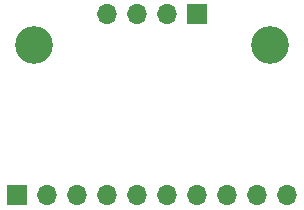
<source format=gbr>
%TF.GenerationSoftware,KiCad,Pcbnew,(6.0.5)*%
%TF.CreationDate,2022-10-11T14:38:52+01:00*%
%TF.ProjectId,IBBC_0001,49424243-5f30-4303-9031-2e6b69636164,rev?*%
%TF.SameCoordinates,Original*%
%TF.FileFunction,Soldermask,Bot*%
%TF.FilePolarity,Negative*%
%FSLAX46Y46*%
G04 Gerber Fmt 4.6, Leading zero omitted, Abs format (unit mm)*
G04 Created by KiCad (PCBNEW (6.0.5)) date 2022-10-11 14:38:52*
%MOMM*%
%LPD*%
G01*
G04 APERTURE LIST*
%ADD10R,1.700000X1.700000*%
%ADD11O,1.700000X1.700000*%
%ADD12C,3.200000*%
G04 APERTURE END LIST*
D10*
%TO.C,J1*%
X-11430000Y-7604010D03*
D11*
X-8890000Y-7604010D03*
X-6350000Y-7604010D03*
X-3810000Y-7604010D03*
X-1270000Y-7604010D03*
X1270000Y-7604010D03*
X3810000Y-7604010D03*
X6350000Y-7604010D03*
X8890000Y-7604010D03*
X11430000Y-7604010D03*
%TD*%
%TO.C,J2*%
X-3810000Y7682089D03*
X-1270000Y7682089D03*
X1270000Y7682089D03*
D10*
X3810000Y7682089D03*
%TD*%
D12*
%TO.C,H2*%
X-10000000Y5113806D03*
%TD*%
%TO.C,H1*%
X10000000Y5113806D03*
%TD*%
M02*

</source>
